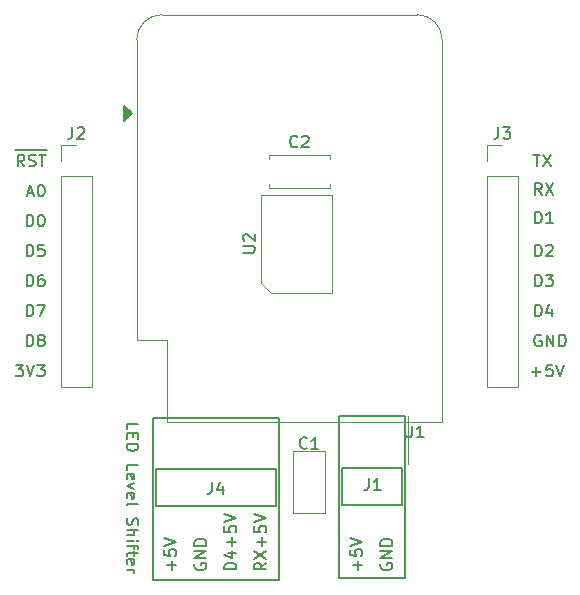
<source format=gto>
G04 #@! TF.GenerationSoftware,KiCad,Pcbnew,(5.1.6)-1*
G04 #@! TF.CreationDate,2020-07-05T17:14:59-07:00*
G04 #@! TF.ProjectId,LED controller board - Wemos,4c454420-636f-46e7-9472-6f6c6c657220,rev?*
G04 #@! TF.SameCoordinates,Original*
G04 #@! TF.FileFunction,Legend,Top*
G04 #@! TF.FilePolarity,Positive*
%FSLAX46Y46*%
G04 Gerber Fmt 4.6, Leading zero omitted, Abs format (unit mm)*
G04 Created by KiCad (PCBNEW (5.1.6)-1) date 2020-07-05 17:14:59*
%MOMM*%
%LPD*%
G01*
G04 APERTURE LIST*
%ADD10C,0.150000*%
%ADD11C,0.120000*%
%ADD12C,0.203200*%
G04 APERTURE END LIST*
D10*
X93670380Y-101512476D02*
X93194190Y-101845809D01*
X93670380Y-102083904D02*
X92670380Y-102083904D01*
X92670380Y-101702952D01*
X92718000Y-101607714D01*
X92765619Y-101560095D01*
X92860857Y-101512476D01*
X93003714Y-101512476D01*
X93098952Y-101560095D01*
X93146571Y-101607714D01*
X93194190Y-101702952D01*
X93194190Y-102083904D01*
X92670380Y-101179142D02*
X93670380Y-100512476D01*
X92670380Y-100512476D02*
X93670380Y-101179142D01*
X93289428Y-100131523D02*
X93289428Y-99369619D01*
X93670380Y-99750571D02*
X92908476Y-99750571D01*
X92670380Y-98417238D02*
X92670380Y-98893428D01*
X93146571Y-98941047D01*
X93098952Y-98893428D01*
X93051333Y-98798190D01*
X93051333Y-98560095D01*
X93098952Y-98464857D01*
X93146571Y-98417238D01*
X93241809Y-98369619D01*
X93479904Y-98369619D01*
X93575142Y-98417238D01*
X93622761Y-98464857D01*
X93670380Y-98560095D01*
X93670380Y-98798190D01*
X93622761Y-98893428D01*
X93575142Y-98941047D01*
X92670380Y-98083904D02*
X93670380Y-97750571D01*
X92670380Y-97417238D01*
X91130380Y-102083904D02*
X90130380Y-102083904D01*
X90130380Y-101845809D01*
X90178000Y-101702952D01*
X90273238Y-101607714D01*
X90368476Y-101560095D01*
X90558952Y-101512476D01*
X90701809Y-101512476D01*
X90892285Y-101560095D01*
X90987523Y-101607714D01*
X91082761Y-101702952D01*
X91130380Y-101845809D01*
X91130380Y-102083904D01*
X90463714Y-100655333D02*
X91130380Y-100655333D01*
X90082761Y-100893428D02*
X90797047Y-101131523D01*
X90797047Y-100512476D01*
X90749428Y-100131523D02*
X90749428Y-99369619D01*
X91130380Y-99750571D02*
X90368476Y-99750571D01*
X90130380Y-98417238D02*
X90130380Y-98893428D01*
X90606571Y-98941047D01*
X90558952Y-98893428D01*
X90511333Y-98798190D01*
X90511333Y-98560095D01*
X90558952Y-98464857D01*
X90606571Y-98417238D01*
X90701809Y-98369619D01*
X90939904Y-98369619D01*
X91035142Y-98417238D01*
X91082761Y-98464857D01*
X91130380Y-98560095D01*
X91130380Y-98798190D01*
X91082761Y-98893428D01*
X91035142Y-98941047D01*
X90130380Y-98083904D02*
X91130380Y-97750571D01*
X90130380Y-97417238D01*
X87638000Y-101599904D02*
X87590380Y-101695142D01*
X87590380Y-101838000D01*
X87638000Y-101980857D01*
X87733238Y-102076095D01*
X87828476Y-102123714D01*
X88018952Y-102171333D01*
X88161809Y-102171333D01*
X88352285Y-102123714D01*
X88447523Y-102076095D01*
X88542761Y-101980857D01*
X88590380Y-101838000D01*
X88590380Y-101742761D01*
X88542761Y-101599904D01*
X88495142Y-101552285D01*
X88161809Y-101552285D01*
X88161809Y-101742761D01*
X88590380Y-101123714D02*
X87590380Y-101123714D01*
X88590380Y-100552285D01*
X87590380Y-100552285D01*
X88590380Y-100076095D02*
X87590380Y-100076095D01*
X87590380Y-99838000D01*
X87638000Y-99695142D01*
X87733238Y-99599904D01*
X87828476Y-99552285D01*
X88018952Y-99504666D01*
X88161809Y-99504666D01*
X88352285Y-99552285D01*
X88447523Y-99599904D01*
X88542761Y-99695142D01*
X88590380Y-99838000D01*
X88590380Y-100076095D01*
X85669428Y-102123714D02*
X85669428Y-101361809D01*
X86050380Y-101742761D02*
X85288476Y-101742761D01*
X85050380Y-100409428D02*
X85050380Y-100885619D01*
X85526571Y-100933238D01*
X85478952Y-100885619D01*
X85431333Y-100790380D01*
X85431333Y-100552285D01*
X85478952Y-100457047D01*
X85526571Y-100409428D01*
X85621809Y-100361809D01*
X85859904Y-100361809D01*
X85955142Y-100409428D01*
X86002761Y-100457047D01*
X86050380Y-100552285D01*
X86050380Y-100790380D01*
X86002761Y-100885619D01*
X85955142Y-100933238D01*
X85050380Y-100076095D02*
X86050380Y-99742761D01*
X85050380Y-99409428D01*
X103386000Y-101599904D02*
X103338380Y-101695142D01*
X103338380Y-101838000D01*
X103386000Y-101980857D01*
X103481238Y-102076095D01*
X103576476Y-102123714D01*
X103766952Y-102171333D01*
X103909809Y-102171333D01*
X104100285Y-102123714D01*
X104195523Y-102076095D01*
X104290761Y-101980857D01*
X104338380Y-101838000D01*
X104338380Y-101742761D01*
X104290761Y-101599904D01*
X104243142Y-101552285D01*
X103909809Y-101552285D01*
X103909809Y-101742761D01*
X104338380Y-101123714D02*
X103338380Y-101123714D01*
X104338380Y-100552285D01*
X103338380Y-100552285D01*
X104338380Y-100076095D02*
X103338380Y-100076095D01*
X103338380Y-99838000D01*
X103386000Y-99695142D01*
X103481238Y-99599904D01*
X103576476Y-99552285D01*
X103766952Y-99504666D01*
X103909809Y-99504666D01*
X104100285Y-99552285D01*
X104195523Y-99599904D01*
X104290761Y-99695142D01*
X104338380Y-99838000D01*
X104338380Y-100076095D01*
X101417428Y-102123714D02*
X101417428Y-101361809D01*
X101798380Y-101742761D02*
X101036476Y-101742761D01*
X100798380Y-100409428D02*
X100798380Y-100885619D01*
X101274571Y-100933238D01*
X101226952Y-100885619D01*
X101179333Y-100790380D01*
X101179333Y-100552285D01*
X101226952Y-100457047D01*
X101274571Y-100409428D01*
X101369809Y-100361809D01*
X101607904Y-100361809D01*
X101703142Y-100409428D01*
X101750761Y-100457047D01*
X101798380Y-100552285D01*
X101798380Y-100790380D01*
X101750761Y-100885619D01*
X101703142Y-100933238D01*
X100798380Y-100076095D02*
X101798380Y-99742761D01*
X100798380Y-99409428D01*
X116159595Y-85367428D02*
X116921500Y-85367428D01*
X116540547Y-85748380D02*
X116540547Y-84986476D01*
X117873880Y-84748380D02*
X117397690Y-84748380D01*
X117350071Y-85224571D01*
X117397690Y-85176952D01*
X117492928Y-85129333D01*
X117731023Y-85129333D01*
X117826261Y-85176952D01*
X117873880Y-85224571D01*
X117921500Y-85319809D01*
X117921500Y-85557904D01*
X117873880Y-85653142D01*
X117826261Y-85700761D01*
X117731023Y-85748380D01*
X117492928Y-85748380D01*
X117397690Y-85700761D01*
X117350071Y-85653142D01*
X118207214Y-84748380D02*
X118540547Y-85748380D01*
X118873880Y-84748380D01*
X116937404Y-82256000D02*
X116842166Y-82208380D01*
X116699309Y-82208380D01*
X116556452Y-82256000D01*
X116461214Y-82351238D01*
X116413595Y-82446476D01*
X116365976Y-82636952D01*
X116365976Y-82779809D01*
X116413595Y-82970285D01*
X116461214Y-83065523D01*
X116556452Y-83160761D01*
X116699309Y-83208380D01*
X116794547Y-83208380D01*
X116937404Y-83160761D01*
X116985023Y-83113142D01*
X116985023Y-82779809D01*
X116794547Y-82779809D01*
X117413595Y-83208380D02*
X117413595Y-82208380D01*
X117985023Y-83208380D01*
X117985023Y-82208380D01*
X118461214Y-83208380D02*
X118461214Y-82208380D01*
X118699309Y-82208380D01*
X118842166Y-82256000D01*
X118937404Y-82351238D01*
X118985023Y-82446476D01*
X119032642Y-82636952D01*
X119032642Y-82779809D01*
X118985023Y-82970285D01*
X118937404Y-83065523D01*
X118842166Y-83160761D01*
X118699309Y-83208380D01*
X118461214Y-83208380D01*
X116413595Y-80668380D02*
X116413595Y-79668380D01*
X116651690Y-79668380D01*
X116794547Y-79716000D01*
X116889785Y-79811238D01*
X116937404Y-79906476D01*
X116985023Y-80096952D01*
X116985023Y-80239809D01*
X116937404Y-80430285D01*
X116889785Y-80525523D01*
X116794547Y-80620761D01*
X116651690Y-80668380D01*
X116413595Y-80668380D01*
X117842166Y-80001714D02*
X117842166Y-80668380D01*
X117604071Y-79620761D02*
X117365976Y-80335047D01*
X117985023Y-80335047D01*
X116413595Y-78128380D02*
X116413595Y-77128380D01*
X116651690Y-77128380D01*
X116794547Y-77176000D01*
X116889785Y-77271238D01*
X116937404Y-77366476D01*
X116985023Y-77556952D01*
X116985023Y-77699809D01*
X116937404Y-77890285D01*
X116889785Y-77985523D01*
X116794547Y-78080761D01*
X116651690Y-78128380D01*
X116413595Y-78128380D01*
X117318357Y-77128380D02*
X117937404Y-77128380D01*
X117604071Y-77509333D01*
X117746928Y-77509333D01*
X117842166Y-77556952D01*
X117889785Y-77604571D01*
X117937404Y-77699809D01*
X117937404Y-77937904D01*
X117889785Y-78033142D01*
X117842166Y-78080761D01*
X117746928Y-78128380D01*
X117461214Y-78128380D01*
X117365976Y-78080761D01*
X117318357Y-78033142D01*
X116413595Y-75588380D02*
X116413595Y-74588380D01*
X116651690Y-74588380D01*
X116794547Y-74636000D01*
X116889785Y-74731238D01*
X116937404Y-74826476D01*
X116985023Y-75016952D01*
X116985023Y-75159809D01*
X116937404Y-75350285D01*
X116889785Y-75445523D01*
X116794547Y-75540761D01*
X116651690Y-75588380D01*
X116413595Y-75588380D01*
X117365976Y-74683619D02*
X117413595Y-74636000D01*
X117508833Y-74588380D01*
X117746928Y-74588380D01*
X117842166Y-74636000D01*
X117889785Y-74683619D01*
X117937404Y-74778857D01*
X117937404Y-74874095D01*
X117889785Y-75016952D01*
X117318357Y-75588380D01*
X117937404Y-75588380D01*
X116413595Y-72794380D02*
X116413595Y-71794380D01*
X116651690Y-71794380D01*
X116794547Y-71842000D01*
X116889785Y-71937238D01*
X116937404Y-72032476D01*
X116985023Y-72222952D01*
X116985023Y-72365809D01*
X116937404Y-72556285D01*
X116889785Y-72651523D01*
X116794547Y-72746761D01*
X116651690Y-72794380D01*
X116413595Y-72794380D01*
X117937404Y-72794380D02*
X117365976Y-72794380D01*
X117651690Y-72794380D02*
X117651690Y-71794380D01*
X117556452Y-71937238D01*
X117461214Y-72032476D01*
X117365976Y-72080095D01*
X116985023Y-70381380D02*
X116651690Y-69905190D01*
X116413595Y-70381380D02*
X116413595Y-69381380D01*
X116794547Y-69381380D01*
X116889785Y-69429000D01*
X116937404Y-69476619D01*
X116985023Y-69571857D01*
X116985023Y-69714714D01*
X116937404Y-69809952D01*
X116889785Y-69857571D01*
X116794547Y-69905190D01*
X116413595Y-69905190D01*
X117318357Y-69381380D02*
X117985023Y-70381380D01*
X117985023Y-69381380D02*
X117318357Y-70381380D01*
X116270738Y-66968380D02*
X116842166Y-66968380D01*
X116556452Y-67968380D02*
X116556452Y-66968380D01*
X117080261Y-66968380D02*
X117746928Y-67968380D01*
X117746928Y-66968380D02*
X117080261Y-67968380D01*
X72467452Y-84748380D02*
X73086500Y-84748380D01*
X72753166Y-85129333D01*
X72896023Y-85129333D01*
X72991261Y-85176952D01*
X73038880Y-85224571D01*
X73086500Y-85319809D01*
X73086500Y-85557904D01*
X73038880Y-85653142D01*
X72991261Y-85700761D01*
X72896023Y-85748380D01*
X72610309Y-85748380D01*
X72515071Y-85700761D01*
X72467452Y-85653142D01*
X73372214Y-84748380D02*
X73705547Y-85748380D01*
X74038880Y-84748380D01*
X74276976Y-84748380D02*
X74896023Y-84748380D01*
X74562690Y-85129333D01*
X74705547Y-85129333D01*
X74800785Y-85176952D01*
X74848404Y-85224571D01*
X74896023Y-85319809D01*
X74896023Y-85557904D01*
X74848404Y-85653142D01*
X74800785Y-85700761D01*
X74705547Y-85748380D01*
X74419833Y-85748380D01*
X74324595Y-85700761D01*
X74276976Y-85653142D01*
X73372214Y-83208380D02*
X73372214Y-82208380D01*
X73610309Y-82208380D01*
X73753166Y-82256000D01*
X73848404Y-82351238D01*
X73896023Y-82446476D01*
X73943642Y-82636952D01*
X73943642Y-82779809D01*
X73896023Y-82970285D01*
X73848404Y-83065523D01*
X73753166Y-83160761D01*
X73610309Y-83208380D01*
X73372214Y-83208380D01*
X74515071Y-82636952D02*
X74419833Y-82589333D01*
X74372214Y-82541714D01*
X74324595Y-82446476D01*
X74324595Y-82398857D01*
X74372214Y-82303619D01*
X74419833Y-82256000D01*
X74515071Y-82208380D01*
X74705547Y-82208380D01*
X74800785Y-82256000D01*
X74848404Y-82303619D01*
X74896023Y-82398857D01*
X74896023Y-82446476D01*
X74848404Y-82541714D01*
X74800785Y-82589333D01*
X74705547Y-82636952D01*
X74515071Y-82636952D01*
X74419833Y-82684571D01*
X74372214Y-82732190D01*
X74324595Y-82827428D01*
X74324595Y-83017904D01*
X74372214Y-83113142D01*
X74419833Y-83160761D01*
X74515071Y-83208380D01*
X74705547Y-83208380D01*
X74800785Y-83160761D01*
X74848404Y-83113142D01*
X74896023Y-83017904D01*
X74896023Y-82827428D01*
X74848404Y-82732190D01*
X74800785Y-82684571D01*
X74705547Y-82636952D01*
X73372214Y-80668380D02*
X73372214Y-79668380D01*
X73610309Y-79668380D01*
X73753166Y-79716000D01*
X73848404Y-79811238D01*
X73896023Y-79906476D01*
X73943642Y-80096952D01*
X73943642Y-80239809D01*
X73896023Y-80430285D01*
X73848404Y-80525523D01*
X73753166Y-80620761D01*
X73610309Y-80668380D01*
X73372214Y-80668380D01*
X74276976Y-79668380D02*
X74943642Y-79668380D01*
X74515071Y-80668380D01*
X73372214Y-78128380D02*
X73372214Y-77128380D01*
X73610309Y-77128380D01*
X73753166Y-77176000D01*
X73848404Y-77271238D01*
X73896023Y-77366476D01*
X73943642Y-77556952D01*
X73943642Y-77699809D01*
X73896023Y-77890285D01*
X73848404Y-77985523D01*
X73753166Y-78080761D01*
X73610309Y-78128380D01*
X73372214Y-78128380D01*
X74800785Y-77128380D02*
X74610309Y-77128380D01*
X74515071Y-77176000D01*
X74467452Y-77223619D01*
X74372214Y-77366476D01*
X74324595Y-77556952D01*
X74324595Y-77937904D01*
X74372214Y-78033142D01*
X74419833Y-78080761D01*
X74515071Y-78128380D01*
X74705547Y-78128380D01*
X74800785Y-78080761D01*
X74848404Y-78033142D01*
X74896023Y-77937904D01*
X74896023Y-77699809D01*
X74848404Y-77604571D01*
X74800785Y-77556952D01*
X74705547Y-77509333D01*
X74515071Y-77509333D01*
X74419833Y-77556952D01*
X74372214Y-77604571D01*
X74324595Y-77699809D01*
X73372214Y-75588380D02*
X73372214Y-74588380D01*
X73610309Y-74588380D01*
X73753166Y-74636000D01*
X73848404Y-74731238D01*
X73896023Y-74826476D01*
X73943642Y-75016952D01*
X73943642Y-75159809D01*
X73896023Y-75350285D01*
X73848404Y-75445523D01*
X73753166Y-75540761D01*
X73610309Y-75588380D01*
X73372214Y-75588380D01*
X74848404Y-74588380D02*
X74372214Y-74588380D01*
X74324595Y-75064571D01*
X74372214Y-75016952D01*
X74467452Y-74969333D01*
X74705547Y-74969333D01*
X74800785Y-75016952D01*
X74848404Y-75064571D01*
X74896023Y-75159809D01*
X74896023Y-75397904D01*
X74848404Y-75493142D01*
X74800785Y-75540761D01*
X74705547Y-75588380D01*
X74467452Y-75588380D01*
X74372214Y-75540761D01*
X74324595Y-75493142D01*
X73372214Y-73048380D02*
X73372214Y-72048380D01*
X73610309Y-72048380D01*
X73753166Y-72096000D01*
X73848404Y-72191238D01*
X73896023Y-72286476D01*
X73943642Y-72476952D01*
X73943642Y-72619809D01*
X73896023Y-72810285D01*
X73848404Y-72905523D01*
X73753166Y-73000761D01*
X73610309Y-73048380D01*
X73372214Y-73048380D01*
X74562690Y-72048380D02*
X74657928Y-72048380D01*
X74753166Y-72096000D01*
X74800785Y-72143619D01*
X74848404Y-72238857D01*
X74896023Y-72429333D01*
X74896023Y-72667428D01*
X74848404Y-72857904D01*
X74800785Y-72953142D01*
X74753166Y-73000761D01*
X74657928Y-73048380D01*
X74562690Y-73048380D01*
X74467452Y-73000761D01*
X74419833Y-72953142D01*
X74372214Y-72857904D01*
X74324595Y-72667428D01*
X74324595Y-72429333D01*
X74372214Y-72238857D01*
X74419833Y-72143619D01*
X74467452Y-72096000D01*
X74562690Y-72048380D01*
X73467452Y-70222666D02*
X73943642Y-70222666D01*
X73372214Y-70508380D02*
X73705547Y-69508380D01*
X74038880Y-70508380D01*
X74562690Y-69508380D02*
X74657928Y-69508380D01*
X74753166Y-69556000D01*
X74800785Y-69603619D01*
X74848404Y-69698857D01*
X74896023Y-69889333D01*
X74896023Y-70127428D01*
X74848404Y-70317904D01*
X74800785Y-70413142D01*
X74753166Y-70460761D01*
X74657928Y-70508380D01*
X74562690Y-70508380D01*
X74467452Y-70460761D01*
X74419833Y-70413142D01*
X74372214Y-70317904D01*
X74324595Y-70127428D01*
X74324595Y-69889333D01*
X74372214Y-69698857D01*
X74419833Y-69603619D01*
X74467452Y-69556000D01*
X74562690Y-69508380D01*
X72372214Y-66601000D02*
X73372214Y-66601000D01*
X73181738Y-67968380D02*
X72848404Y-67492190D01*
X72610309Y-67968380D02*
X72610309Y-66968380D01*
X72991261Y-66968380D01*
X73086500Y-67016000D01*
X73134119Y-67063619D01*
X73181738Y-67158857D01*
X73181738Y-67301714D01*
X73134119Y-67396952D01*
X73086500Y-67444571D01*
X72991261Y-67492190D01*
X72610309Y-67492190D01*
X73372214Y-66601000D02*
X74324595Y-66601000D01*
X73562690Y-67920761D02*
X73705547Y-67968380D01*
X73943642Y-67968380D01*
X74038880Y-67920761D01*
X74086500Y-67873142D01*
X74134119Y-67777904D01*
X74134119Y-67682666D01*
X74086500Y-67587428D01*
X74038880Y-67539809D01*
X73943642Y-67492190D01*
X73753166Y-67444571D01*
X73657928Y-67396952D01*
X73610309Y-67349333D01*
X73562690Y-67254095D01*
X73562690Y-67158857D01*
X73610309Y-67063619D01*
X73657928Y-67016000D01*
X73753166Y-66968380D01*
X73991261Y-66968380D01*
X74134119Y-67016000D01*
X74324595Y-66601000D02*
X75086500Y-66601000D01*
X74419833Y-66968380D02*
X74991261Y-66968380D01*
X74705547Y-67968380D02*
X74705547Y-66968380D01*
X81843619Y-90226285D02*
X81843619Y-89750095D01*
X82843619Y-89750095D01*
X82367428Y-90559619D02*
X82367428Y-90892952D01*
X81843619Y-91035809D02*
X81843619Y-90559619D01*
X82843619Y-90559619D01*
X82843619Y-91035809D01*
X81843619Y-91464380D02*
X82843619Y-91464380D01*
X82843619Y-91702476D01*
X82796000Y-91845333D01*
X82700761Y-91940571D01*
X82605523Y-91988190D01*
X82415047Y-92035809D01*
X82272190Y-92035809D01*
X82081714Y-91988190D01*
X81986476Y-91940571D01*
X81891238Y-91845333D01*
X81843619Y-91702476D01*
X81843619Y-91464380D01*
X81843619Y-93702476D02*
X81843619Y-93226285D01*
X82843619Y-93226285D01*
X81891238Y-94416761D02*
X81843619Y-94321523D01*
X81843619Y-94131047D01*
X81891238Y-94035809D01*
X81986476Y-93988190D01*
X82367428Y-93988190D01*
X82462666Y-94035809D01*
X82510285Y-94131047D01*
X82510285Y-94321523D01*
X82462666Y-94416761D01*
X82367428Y-94464380D01*
X82272190Y-94464380D01*
X82176952Y-93988190D01*
X82510285Y-94797714D02*
X81843619Y-95035809D01*
X82510285Y-95273904D01*
X81891238Y-96035809D02*
X81843619Y-95940571D01*
X81843619Y-95750095D01*
X81891238Y-95654857D01*
X81986476Y-95607238D01*
X82367428Y-95607238D01*
X82462666Y-95654857D01*
X82510285Y-95750095D01*
X82510285Y-95940571D01*
X82462666Y-96035809D01*
X82367428Y-96083428D01*
X82272190Y-96083428D01*
X82176952Y-95607238D01*
X81843619Y-96654857D02*
X81891238Y-96559619D01*
X81986476Y-96512000D01*
X82843619Y-96512000D01*
X81891238Y-97750095D02*
X81843619Y-97892952D01*
X81843619Y-98131047D01*
X81891238Y-98226285D01*
X81938857Y-98273904D01*
X82034095Y-98321523D01*
X82129333Y-98321523D01*
X82224571Y-98273904D01*
X82272190Y-98226285D01*
X82319809Y-98131047D01*
X82367428Y-97940571D01*
X82415047Y-97845333D01*
X82462666Y-97797714D01*
X82557904Y-97750095D01*
X82653142Y-97750095D01*
X82748380Y-97797714D01*
X82796000Y-97845333D01*
X82843619Y-97940571D01*
X82843619Y-98178666D01*
X82796000Y-98321523D01*
X81843619Y-98750095D02*
X82843619Y-98750095D01*
X81843619Y-99178666D02*
X82367428Y-99178666D01*
X82462666Y-99131047D01*
X82510285Y-99035809D01*
X82510285Y-98892952D01*
X82462666Y-98797714D01*
X82415047Y-98750095D01*
X81843619Y-99654857D02*
X82510285Y-99654857D01*
X82843619Y-99654857D02*
X82796000Y-99607238D01*
X82748380Y-99654857D01*
X82796000Y-99702476D01*
X82843619Y-99654857D01*
X82748380Y-99654857D01*
X82510285Y-99988190D02*
X82510285Y-100369142D01*
X81843619Y-100131047D02*
X82700761Y-100131047D01*
X82796000Y-100178666D01*
X82843619Y-100273904D01*
X82843619Y-100369142D01*
X82510285Y-100559619D02*
X82510285Y-100940571D01*
X82843619Y-100702476D02*
X81986476Y-100702476D01*
X81891238Y-100750095D01*
X81843619Y-100845333D01*
X81843619Y-100940571D01*
X81891238Y-101654857D02*
X81843619Y-101559619D01*
X81843619Y-101369142D01*
X81891238Y-101273904D01*
X81986476Y-101226285D01*
X82367428Y-101226285D01*
X82462666Y-101273904D01*
X82510285Y-101369142D01*
X82510285Y-101559619D01*
X82462666Y-101654857D01*
X82367428Y-101702476D01*
X82272190Y-101702476D01*
X82176952Y-101226285D01*
X81843619Y-102131047D02*
X82510285Y-102131047D01*
X82319809Y-102131047D02*
X82415047Y-102178666D01*
X82462666Y-102226285D01*
X82510285Y-102321523D01*
X82510285Y-102416761D01*
D11*
X85241000Y-89572000D02*
X108561000Y-89572000D01*
X82701000Y-82672000D02*
X82701000Y-57242000D01*
X108561000Y-89572000D02*
X108561000Y-57242000D01*
X106441000Y-55112000D02*
X84831000Y-55112000D01*
D10*
G36*
X81661000Y-62817000D02*
G01*
X81661000Y-64087000D01*
X82296000Y-63452000D01*
X81661000Y-62817000D01*
G37*
X81661000Y-62817000D02*
X81661000Y-64087000D01*
X82296000Y-63452000D01*
X81661000Y-62817000D01*
D11*
X82701000Y-82672000D02*
X85241000Y-82672000D01*
X85241000Y-82672000D02*
X85241000Y-89572000D01*
X82701000Y-57242000D02*
G75*
G02*
X84831000Y-55112000I2130000J0D01*
G01*
X106431000Y-55112000D02*
G75*
G02*
X108561000Y-57242000I0J-2130000D01*
G01*
D12*
X94718000Y-89251000D02*
X94718000Y-102951000D01*
X84118000Y-89251000D02*
X94718000Y-89251000D01*
X84118000Y-102951000D02*
X84118000Y-89251000D01*
X94718000Y-102951000D02*
X84118000Y-102951000D01*
X94488000Y-96751000D02*
X94488000Y-93651000D01*
X84328000Y-96751000D02*
X94488000Y-96751000D01*
X84328000Y-93601000D02*
X84328000Y-96751000D01*
X94488000Y-93599000D02*
X84328000Y-93599000D01*
D11*
X95912000Y-97342000D02*
X95912000Y-92102000D01*
X98652000Y-97342000D02*
X98652000Y-92102000D01*
X95912000Y-97342000D02*
X98652000Y-97342000D01*
X95912000Y-92102000D02*
X98652000Y-92102000D01*
X93860000Y-67035000D02*
X99100000Y-67035000D01*
X93860000Y-69775000D02*
X99100000Y-69775000D01*
X93860000Y-67035000D02*
X93860000Y-67350000D01*
X93860000Y-69460000D02*
X93860000Y-69775000D01*
X99100000Y-67035000D02*
X99100000Y-67350000D01*
X99100000Y-69460000D02*
X99100000Y-69775000D01*
X76267000Y-86626000D02*
X78927000Y-86626000D01*
X76267000Y-68786000D02*
X76267000Y-86626000D01*
X78927000Y-68786000D02*
X78927000Y-86626000D01*
X76267000Y-68786000D02*
X78927000Y-68786000D01*
X76267000Y-67516000D02*
X76267000Y-66186000D01*
X76267000Y-66186000D02*
X77597000Y-66186000D01*
X112335000Y-66186000D02*
X113665000Y-66186000D01*
X112335000Y-67516000D02*
X112335000Y-66186000D01*
X112335000Y-68786000D02*
X114995000Y-68786000D01*
X114995000Y-68786000D02*
X114995000Y-86626000D01*
X112335000Y-68786000D02*
X112335000Y-86626000D01*
X112335000Y-86626000D02*
X114995000Y-86626000D01*
X94066000Y-78651000D02*
X93266000Y-77851000D01*
X93266000Y-77851000D02*
X93266000Y-70351000D01*
X93266000Y-70351000D02*
X99266000Y-70351000D01*
X99266000Y-70351000D02*
X99266000Y-78651000D01*
X99266000Y-78651000D02*
X94066000Y-78651000D01*
X105686000Y-93124000D02*
X105686000Y-89124000D01*
D12*
X105386000Y-102824000D02*
X99786000Y-102824000D01*
X105386000Y-89124000D02*
X105386000Y-102824000D01*
X100086000Y-93474000D02*
X100086000Y-96624000D01*
X100086000Y-96624000D02*
X105156000Y-96624000D01*
X105156000Y-93472000D02*
X100086000Y-93472000D01*
X99786000Y-89124000D02*
X105386000Y-89124000D01*
X105156000Y-96624000D02*
X105156000Y-93524000D01*
X99786000Y-102824000D02*
X99786000Y-89124000D01*
D10*
X105439095Y-89904380D02*
X105439095Y-90713904D01*
X105486714Y-90809142D01*
X105534333Y-90856761D01*
X105629571Y-90904380D01*
X105820047Y-90904380D01*
X105915285Y-90856761D01*
X105962904Y-90809142D01*
X106010523Y-90713904D01*
X106010523Y-89904380D01*
X107010523Y-90904380D02*
X106439095Y-90904380D01*
X106724809Y-90904380D02*
X106724809Y-89904380D01*
X106629571Y-90047238D01*
X106534333Y-90142476D01*
X106439095Y-90190095D01*
X89074666Y-94702380D02*
X89074666Y-95416666D01*
X89027047Y-95559523D01*
X88931809Y-95654761D01*
X88788952Y-95702380D01*
X88693714Y-95702380D01*
X89979428Y-95035714D02*
X89979428Y-95702380D01*
X89741333Y-94654761D02*
X89503238Y-95369047D01*
X90122285Y-95369047D01*
X97115333Y-91797142D02*
X97067714Y-91844761D01*
X96924857Y-91892380D01*
X96829619Y-91892380D01*
X96686761Y-91844761D01*
X96591523Y-91749523D01*
X96543904Y-91654285D01*
X96496285Y-91463809D01*
X96496285Y-91320952D01*
X96543904Y-91130476D01*
X96591523Y-91035238D01*
X96686761Y-90940000D01*
X96829619Y-90892380D01*
X96924857Y-90892380D01*
X97067714Y-90940000D01*
X97115333Y-90987619D01*
X98067714Y-91892380D02*
X97496285Y-91892380D01*
X97782000Y-91892380D02*
X97782000Y-90892380D01*
X97686761Y-91035238D01*
X97591523Y-91130476D01*
X97496285Y-91178095D01*
X96313333Y-66262142D02*
X96265714Y-66309761D01*
X96122857Y-66357380D01*
X96027619Y-66357380D01*
X95884761Y-66309761D01*
X95789523Y-66214523D01*
X95741904Y-66119285D01*
X95694285Y-65928809D01*
X95694285Y-65785952D01*
X95741904Y-65595476D01*
X95789523Y-65500238D01*
X95884761Y-65405000D01*
X96027619Y-65357380D01*
X96122857Y-65357380D01*
X96265714Y-65405000D01*
X96313333Y-65452619D01*
X96694285Y-65452619D02*
X96741904Y-65405000D01*
X96837142Y-65357380D01*
X97075238Y-65357380D01*
X97170476Y-65405000D01*
X97218095Y-65452619D01*
X97265714Y-65547857D01*
X97265714Y-65643095D01*
X97218095Y-65785952D01*
X96646666Y-66357380D01*
X97265714Y-66357380D01*
X77263666Y-64638380D02*
X77263666Y-65352666D01*
X77216047Y-65495523D01*
X77120809Y-65590761D01*
X76977952Y-65638380D01*
X76882714Y-65638380D01*
X77692238Y-64733619D02*
X77739857Y-64686000D01*
X77835095Y-64638380D01*
X78073190Y-64638380D01*
X78168428Y-64686000D01*
X78216047Y-64733619D01*
X78263666Y-64828857D01*
X78263666Y-64924095D01*
X78216047Y-65066952D01*
X77644619Y-65638380D01*
X78263666Y-65638380D01*
X113331666Y-64638380D02*
X113331666Y-65352666D01*
X113284047Y-65495523D01*
X113188809Y-65590761D01*
X113045952Y-65638380D01*
X112950714Y-65638380D01*
X113712619Y-64638380D02*
X114331666Y-64638380D01*
X113998333Y-65019333D01*
X114141190Y-65019333D01*
X114236428Y-65066952D01*
X114284047Y-65114571D01*
X114331666Y-65209809D01*
X114331666Y-65447904D01*
X114284047Y-65543142D01*
X114236428Y-65590761D01*
X114141190Y-65638380D01*
X113855476Y-65638380D01*
X113760238Y-65590761D01*
X113712619Y-65543142D01*
X91718380Y-75262904D02*
X92527904Y-75262904D01*
X92623142Y-75215285D01*
X92670761Y-75167666D01*
X92718380Y-75072428D01*
X92718380Y-74881952D01*
X92670761Y-74786714D01*
X92623142Y-74739095D01*
X92527904Y-74691476D01*
X91718380Y-74691476D01*
X91813619Y-74262904D02*
X91766000Y-74215285D01*
X91718380Y-74120047D01*
X91718380Y-73881952D01*
X91766000Y-73786714D01*
X91813619Y-73739095D01*
X91908857Y-73691476D01*
X92004095Y-73691476D01*
X92146952Y-73739095D01*
X92718380Y-74310523D01*
X92718380Y-73691476D01*
X102352666Y-94376380D02*
X102352666Y-95090666D01*
X102305047Y-95233523D01*
X102209809Y-95328761D01*
X102066952Y-95376380D01*
X101971714Y-95376380D01*
X103352666Y-95376380D02*
X102781238Y-95376380D01*
X103066952Y-95376380D02*
X103066952Y-94376380D01*
X102971714Y-94519238D01*
X102876476Y-94614476D01*
X102781238Y-94662095D01*
M02*

</source>
